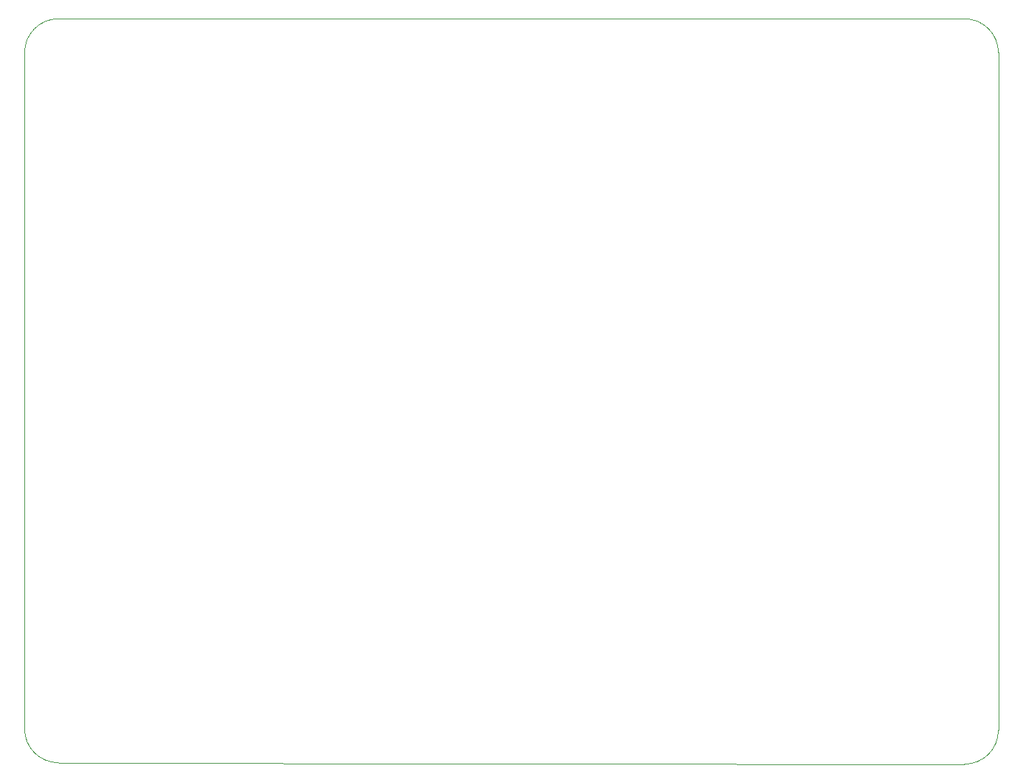
<source format=gbr>
%TF.GenerationSoftware,KiCad,Pcbnew,8.0.6*%
%TF.CreationDate,2025-01-01T18:17:35-06:00*%
%TF.ProjectId,AnalogMultiCapSense,416e616c-6f67-44d7-956c-746943617053,rev?*%
%TF.SameCoordinates,Original*%
%TF.FileFunction,Profile,NP*%
%FSLAX46Y46*%
G04 Gerber Fmt 4.6, Leading zero omitted, Abs format (unit mm)*
G04 Created by KiCad (PCBNEW 8.0.6) date 2025-01-01 18:17:35*
%MOMM*%
%LPD*%
G01*
G04 APERTURE LIST*
%TA.AperFunction,Profile*%
%ADD10C,0.050000*%
%TD*%
G04 APERTURE END LIST*
D10*
X90000000Y-163000000D02*
G75*
G02*
X86000000Y-159000000I0J4000000D01*
G01*
X201171573Y-159171573D02*
G75*
G02*
X197171573Y-163171573I-4000000J0D01*
G01*
X197171573Y-75000000D02*
G75*
G02*
X201171573Y-79000000I0J-4000000D01*
G01*
X86000000Y-79000000D02*
G75*
G02*
X90000000Y-75000000I4000000J0D01*
G01*
X86000000Y-159000000D02*
X86000000Y-79000000D01*
X197171573Y-163171573D02*
X90000000Y-163000000D01*
X201171573Y-79000000D02*
X201171573Y-159171573D01*
X90000000Y-75000000D02*
X197171573Y-75000000D01*
M02*

</source>
